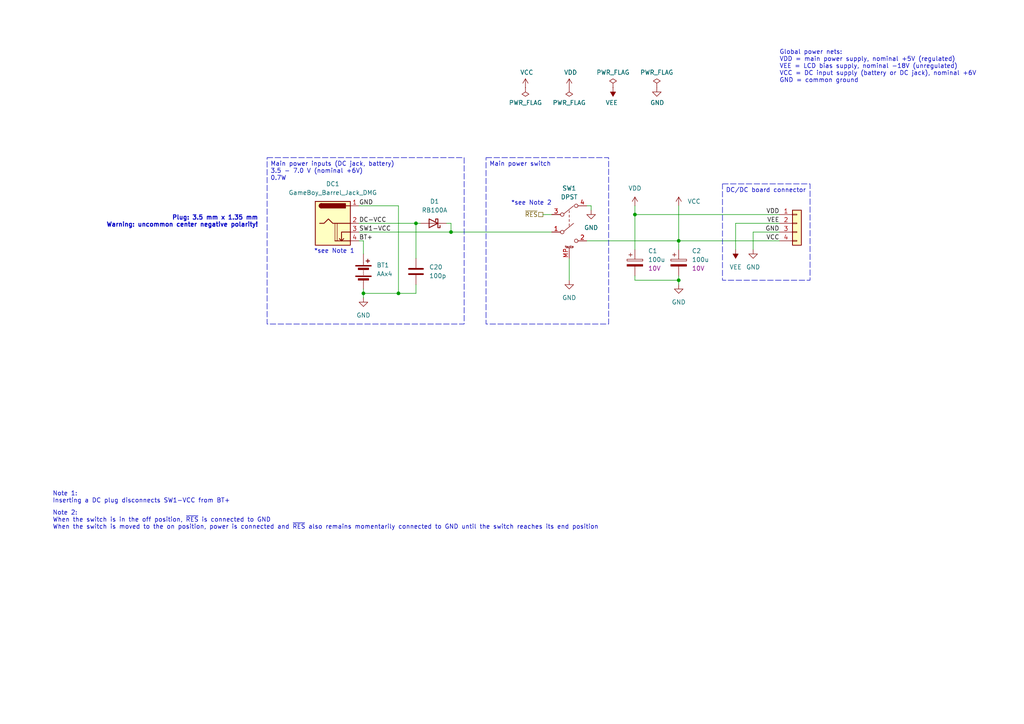
<source format=kicad_sch>
(kicad_sch (version 20230121) (generator eeschema)
  (paper "A4")
  (title_block (title "DMG-CPU-06") (date "2023-07-11") (rev "A") (company "https://gekkio.fi") (comment 1 "https://github.com/gekkio/gb-schematics"))
  (lib_symbols
    (symbol "Connector_Generic:Conn_01x04" (pin_names (offset 1.016) hide)
      (property "Reference" "J" (at 0 5.08 0))
      (property "Value" "Conn_01x04" (at 0 -7.62 0))
      (symbol "Conn_01x04_1_1"
        (rectangle (start -1.27 -4.953) (end 0 -5.207) (stroke (width 0.1524)))
        (rectangle (start -1.27 -2.413) (end 0 -2.667) (stroke (width 0.1524)))
        (rectangle (start -1.27 0.127) (end 0 -0.127) (stroke (width 0.1524)))
        (rectangle (start -1.27 2.667) (end 0 2.413) (stroke (width 0.1524)))
        (rectangle (start -1.27 3.81) (end 1.27 -6.35) (stroke (width 0.254)) (fill (type background)))
        (pin passive line (at -5.08 2.54 0) (length 3.81) (name "Pin_1") (number "1"))
        (pin passive line (at -5.08 0 0) (length 3.81) (name "Pin_2") (number "2"))
        (pin passive line (at -5.08 -2.54 0) (length 3.81) (name "Pin_3") (number "3"))
        (pin passive line (at -5.08 -5.08 0) (length 3.81) (name "Pin_4") (number "4"))
      )
    )
    (symbol "Device:Battery" (pin_numbers hide) (pin_names (offset 0) hide)
      (property "Reference" "BT" (at 2.54 2.54 0))
      (property "Value" "Battery" (at 2.54 0 0))
      (symbol "Battery_0_1"
        (rectangle (start -2.286 -1.27) (end 2.286 -1.524) (fill (type outline)))
        (rectangle (start -2.286 1.778) (end 2.286 1.524) (fill (type outline)))
        (rectangle (start -1.524 -2.032) (end 1.524 -2.54) (fill (type outline)))
        (rectangle (start -1.524 1.016) (end 1.524 0.508) (fill (type outline)))
        (polyline (pts (xy 0 -1.016) (xy 0 -0.762)))
        (polyline (pts (xy 0 -0.508) (xy 0 -0.254)))
        (polyline (pts (xy 0 0) (xy 0 0.254)))
        (polyline (pts (xy 0 1.778) (xy 0 2.54)))
        (polyline (pts (xy 0.762 3.048) (xy 1.778 3.048)) (stroke (width 0.254)))
        (polyline (pts (xy 1.27 3.556) (xy 1.27 2.54)) (stroke (width 0.254)))
      )
      (symbol "Battery_1_1"
        (pin passive line (at 0 5.08 270) (length 2.54) (name "+") (number "1"))
        (pin passive line (at 0 -5.08 90) (length 2.54) (name "-") (number "2"))
      )
    )
    (symbol "Device:C" (pin_numbers hide) (pin_names (offset 0.254))
      (property "Reference" "C" (at 0.635 2.54 0))
      (property "Value" "C" (at 0.635 -2.54 0))
      (symbol "C_0_1"
        (polyline (pts (xy -2.032 -0.762) (xy 2.032 -0.762)) (stroke (width 0.508)))
        (polyline (pts (xy -2.032 0.762) (xy 2.032 0.762)) (stroke (width 0.508)))
      )
      (symbol "C_1_1"
        (pin passive line (at 0 3.81 270) (length 2.794) (name "~") (number "1"))
        (pin passive line (at 0 -3.81 90) (length 2.794) (name "~") (number "2"))
      )
    )
    (symbol "Device:C_Polarized" (pin_numbers hide) (pin_names (offset 0.254))
      (property "Reference" "C" (at 0.635 2.54 0))
      (property "Value" "C_Polarized" (at 0.635 -2.54 0))
      (symbol "C_Polarized_0_1"
        (rectangle (start -2.286 0.508) (end 2.286 1.016))
        (polyline (pts (xy -1.778 2.286) (xy -0.762 2.286)))
        (polyline (pts (xy -1.27 2.794) (xy -1.27 1.778)))
        (rectangle (start 2.286 -0.508) (end -2.286 -1.016) (fill (type outline)))
      )
      (symbol "C_Polarized_1_1"
        (pin passive line (at 0 3.81 270) (length 2.794) (name "~") (number "1"))
        (pin passive line (at 0 -3.81 90) (length 2.794) (name "~") (number "2"))
      )
    )
    (symbol "Device:D_Schottky" (pin_numbers hide) (pin_names (offset 1.016) hide)
      (property "Reference" "D" (at 0 2.54 0))
      (property "Value" "D_Schottky" (at 0 -2.54 0))
      (symbol "D_Schottky_0_1"
        (polyline (pts (xy 1.27 0) (xy -1.27 0)))
        (polyline (pts (xy 1.27 1.27) (xy 1.27 -1.27) (xy -1.27 0) (xy 1.27 1.27)) (stroke (width 0.254)))
        (polyline (pts (xy -1.905 0.635) (xy -1.905 1.27) (xy -1.27 1.27) (xy -1.27 -1.27) (xy -0.635 -1.27) (xy -0.635 -0.635)) (stroke (width 0.254)))
      )
      (symbol "D_Schottky_1_1"
        (pin passive line (at -3.81 0 0) (length 2.54) (name "K") (number "1"))
        (pin passive line (at 3.81 0 180) (length 2.54) (name "A") (number "2"))
      )
    )
    (symbol "Gekkio_Connector_Specialized:GameBoy_Barrel_Jack_DMG" (pin_names (offset 1.016))
      (property "Reference" "J" (at 0 5.334 0))
      (property "Value" "GameBoy_Barrel_Jack_DMG" (at 0 -10.16 0))
      (symbol "GameBoy_Barrel_Jack_DMG_0_1"
        (rectangle (start -5.08 3.81) (end 5.08 -8.89) (stroke (width 0.254)) (fill (type background)))
        (arc (start -3.302 3.175) (mid -3.9343 2.54) (end -3.302 1.905) (stroke (width 0.254)))
        (arc (start -3.302 3.175) (mid -3.9343 2.54) (end -3.302 1.905) (stroke (width 0.254)) (fill (type outline)))
        (polyline (pts (xy 5.08 2.54) (xy 3.81 2.54)) (stroke (width 0.254)))
        (polyline (pts (xy 0.635 -2.54) (xy 0.635 -7.62) (xy 1.27 -7.62) (xy 1.27 -2.54)))
        (polyline (pts (xy -3.81 -2.54) (xy -2.54 -2.54) (xy -1.27 -1.27) (xy 0 -2.54) (xy 2.54 -2.54) (xy 5.08 -2.54)) (stroke (width 0.254)))
        (rectangle (start 3.683 3.175) (end -3.302 1.905) (stroke (width 0.254)) (fill (type outline)))
      )
      (symbol "GameBoy_Barrel_Jack_DMG_1_1"
        (polyline (pts (xy 2.54 -7.62) (xy 3.175 -6.985)) (stroke (width 0.254)))
        (polyline (pts (xy 5.08 -7.62) (xy 0.635 -7.62)) (stroke (width 0.254)))
        (polyline (pts (xy 5.08 -5.08) (xy 2.54 -5.08) (xy 2.54 -7.62) (xy 1.905 -6.985)) (stroke (width 0.254)))
        (pin passive line (at 7.62 2.54 180) (length 2.54) (name "~") (number "1"))
        (pin passive line (at 7.62 -2.54 180) (length 2.54) (name "~") (number "2"))
        (pin passive line (at 7.62 -5.08 180) (length 2.54) (name "~") (number "3"))
        (pin passive line (at 7.62 -7.62 180) (length 2.54) (name "~") (number "4"))
      )
    )
    (symbol "Gekkio_Switch:GameBoy_SW_DMG" (pin_names (offset 0) hide)
      (property "Reference" "SW" (at 0 6.35 0))
      (property "Value" "GameBoy_SW_DMG" (at 0 -17.78 0))
      (symbol "GameBoy_SW_DMG_0_0"
        (circle (center -2.032 -2.54) (radius 0.508))
        (circle (center -2.032 2.54) (radius 0.508))
        (polyline (pts (xy -1.524 -2.286) (xy 1.27 0)))
        (polyline (pts (xy -1.524 2.794) (xy 1.27 5.08)))
        (polyline (pts (xy 0 -0.762) (xy 0 -0.127)))
        (polyline (pts (xy 0 0.508) (xy 0 1.143)))
        (polyline (pts (xy 0 1.778) (xy 0 2.413)))
        (polyline (pts (xy 0 3.048) (xy 0 3.683)))
        (circle (center 2.032 -5.08) (radius 0.508))
        (circle (center 2.032 5.08) (radius 0.508))
      )
      (symbol "GameBoy_SW_DMG_1_1"
        (polyline (pts (xy -1.016 -7.112) (xy 1.016 -7.112)) (stroke (width 0.1524)))
        (text "Mounting" (at 0 -6.731 0) (effects (font (size 0.381 0.381))))
        (pin passive line (at -5.08 -2.54 0) (length 2.54) (name "1") (number "1"))
        (pin passive line (at 5.08 -5.08 180) (length 2.54) (name "2") (number "2"))
        (pin passive line (at -5.08 2.54 0) (length 2.54) (name "3") (number "3"))
        (pin passive line (at 5.08 5.08 180) (length 2.54) (name "4") (number "4"))
        (pin passive line (at 0 -10.16 90) (length 3.048) (name "~") (number "MP"))
      )
    )
    (symbol "power:GND" (power) (pin_names (offset 0))
      (property "Value" "GND" (at 0 -3.81 0))
      (symbol "GND_0_1"
        (polyline (pts (xy 0 0) (xy 0 -1.27) (xy 1.27 -1.27) (xy 0 -2.54) (xy -1.27 -1.27) (xy 0 -1.27)))
      )
      (symbol "GND_1_1"
        (pin power_in line (at 0 0 270) (length 0) hide (name "GND") (number "1"))
      )
    )
    (symbol "power:PWR_FLAG" (power) (pin_numbers hide) (pin_names (offset 0) hide)
      (property "Value" "PWR_FLAG" (at 0 3.81 0))
      (symbol "PWR_FLAG_0_0"
        (pin power_out line (at 0 0 90) (length 0) (name "pwr") (number "1"))
      )
      (symbol "PWR_FLAG_0_1"
        (polyline (pts (xy 0 0) (xy 0 1.27) (xy -1.016 1.905) (xy 0 2.54) (xy 1.016 1.905) (xy 0 1.27)))
      )
    )
    (symbol "power:VCC" (power) (pin_names (offset 0))
      (property "Value" "VCC" (at 0 3.81 0))
      (symbol "VCC_0_1"
        (polyline (pts (xy -0.762 1.27) (xy 0 2.54)))
        (polyline (pts (xy 0 0) (xy 0 2.54)))
        (polyline (pts (xy 0 2.54) (xy 0.762 1.27)))
      )
      (symbol "VCC_1_1"
        (pin power_in line (at 0 0 90) (length 0) hide (name "VCC") (number "1"))
      )
    )
    (symbol "power:VDD" (power) (pin_names (offset 0))
      (property "Value" "VDD" (at 0 3.81 0))
      (symbol "VDD_0_1"
        (polyline (pts (xy -0.762 1.27) (xy 0 2.54)))
        (polyline (pts (xy 0 0) (xy 0 2.54)))
        (polyline (pts (xy 0 2.54) (xy 0.762 1.27)))
      )
      (symbol "VDD_1_1"
        (pin power_in line (at 0 0 90) (length 0) hide (name "VDD") (number "1"))
      )
    )
    (symbol "power:VEE" (power) (pin_names (offset 0))
      (property "Value" "VEE" (at 0 3.81 0))
      (symbol "VEE_0_1"
        (polyline (pts (xy 0 0) (xy 0 2.54)))
        (polyline (pts (xy 0.762 1.27) (xy -0.762 1.27) (xy 0 2.54) (xy 0.762 1.27)) (fill (type outline)))
      )
      (symbol "VEE_1_1"
        (pin power_in line (at 0 0 90) (length 0) hide (name "VEE") (number "1"))
      )
    )
  )
  (junction (at 130.81 67.31))
  (junction (at 196.85 81.28))
  (junction (at 120.65 64.77))
  (junction (at 105.41 85.09))
  (junction (at 184.15 62.23))
  (junction (at 115.57 85.09))
  (junction (at 196.85 69.85))
  (wire (pts (xy 104.14 64.77) (xy 120.65 64.77)))
  (wire (pts (xy 196.85 69.85) (xy 226.06 69.85)))
  (wire (pts (xy 130.81 67.31) (xy 160.02 67.31)))
  (wire (pts (xy 170.18 59.69) (xy 171.45 59.69)))
  (wire (pts (xy 105.41 85.09) (xy 115.57 85.09)))
  (wire (pts (xy 184.15 72.39) (xy 184.15 62.23)))
  (wire (pts (xy 218.44 67.31) (xy 218.44 72.39)))
  (wire (pts (xy 196.85 59.69) (xy 196.85 69.85)))
  (wire (pts (xy 120.65 82.55) (xy 120.65 85.09)))
  (wire (pts (xy 105.41 83.82) (xy 105.41 85.09)))
  (wire (pts (xy 104.14 67.31) (xy 130.81 67.31)))
  (wire (pts (xy 105.41 69.85) (xy 105.41 73.66)))
  (wire (pts (xy 184.15 59.69) (xy 184.15 62.23)))
  (wire (pts (xy 120.65 64.77) (xy 121.92 64.77)))
  (wire (pts (xy 104.14 69.85) (xy 105.41 69.85)))
  (wire (pts (xy 218.44 67.31) (xy 226.06 67.31)))
  (wire (pts (xy 157.48 62.23) (xy 160.02 62.23)))
  (wire (pts (xy 196.85 69.85) (xy 196.85 72.39)))
  (wire (pts (xy 196.85 81.28) (xy 196.85 82.55)))
  (wire (pts (xy 184.15 81.28) (xy 184.15 80.01)))
  (wire (pts (xy 115.57 59.69) (xy 115.57 85.09)))
  (wire (pts (xy 196.85 80.01) (xy 196.85 81.28)))
  (wire (pts (xy 213.36 64.77) (xy 226.06 64.77)))
  (wire (pts (xy 196.85 81.28) (xy 184.15 81.28)))
  (wire (pts (xy 115.57 85.09) (xy 120.65 85.09)))
  (wire (pts (xy 165.1 74.93) (xy 165.1 81.28)))
  (wire (pts (xy 170.18 69.85) (xy 196.85 69.85)))
  (wire (pts (xy 184.15 62.23) (xy 226.06 62.23)))
  (wire (pts (xy 129.54 64.77) (xy 130.81 64.77)))
  (wire (pts (xy 104.14 59.69) (xy 115.57 59.69)))
  (wire (pts (xy 130.81 64.77) (xy 130.81 67.31)))
  (wire (pts (xy 120.65 64.77) (xy 120.65 74.93)))
  (wire (pts (xy 105.41 85.09) (xy 105.41 86.36)))
  (wire (pts (xy 171.45 59.69) (xy 171.45 60.96)))
  (wire (pts (xy 213.36 72.39) (xy 213.36 64.77)))
  (text_box "Main power switch" (at 140.97 45.72 0) (size 35.56 48.26) (stroke (width 0) (type dash)) (effects (font (size 1.27 1.27)) (justify left top)))
  (text_box "Main power inputs (DC jack, battery)\n3.5 - 7.0 V (nominal +6V)\n0.7W" (at 77.47 45.72 0) (size 57.15 48.26) (stroke (width 0) (type dash)) (effects (font (size 1.27 1.27)) (justify left top)))
  (text_box "DC/DC board connector" (at 209.55 53.34 0) (size 25.4 27.94) (stroke (width 0) (type dash)) (effects (font (size 1.27 1.27)) (justify left top)))
  (text "Note 2:\nWhen the switch is in the off position, ~{RES} is connected to GND\nWhen the switch is moved to the on position, power is connected and ~{RES} also remains momentarily connected to GND until the switch reaches its end position" (at 15.24 153.67 0) (effects (font (size 1.27 1.27)) (justify left bottom)))
  (text "*see Note 2" (at 160.02 59.69 0) (effects (font (size 1.27 1.27)) (justify right bottom)))
  (text "Global power nets:\nVDD = main power supply, nominal +5V (regulated)\nVEE = LCD bias supply, nominal -18V (unregulated)\nVCC = DC input supply (battery or DC jack), nominal +6V\nGND = common ground" (at 226.06 24.13 0) (effects (font (size 1.27 1.27)) (justify left bottom)))
  (text "Note 1:\nInserting a DC plug disconnects SW1-VCC from BT+" (at 15.24 146.05 0) (effects (font (size 1.27 1.27)) (justify left bottom)))
  (text "Plug: 3.5 mm x 1.35 mm\nWarning: uncommon center negative polarity!" (at 74.93 66.04 0) (effects (font (size 1.27 1.27) (thickness 0.254) bold) (justify right bottom)))
  (text "*see Note 1" (at 102.87 73.66 0) (effects (font (size 1.27 1.27)) (justify right bottom)))
  (label "GND" (at 104.14 59.69 0))
  (label "VEE" (at 226.06 64.77 180))
  (label "BT+" (at 104.14 69.85 0))
  (label "VDD" (at 226.06 62.23 180))
  (label "DC-VCC" (at 104.14 64.77 0))
  (label "VCC" (at 226.06 69.85 180))
  (label "GND" (at 226.06 67.31 180))
  (label "SW1-VCC" (at 104.14 67.31 0))
  (hierarchical_label "~{RES}" (shape passive) (at 157.48 62.23 180))
  (symbol (lib_id "power:VCC") (at 196.85 59.69 0) (unit 1)
    (property "Reference" "#PWR0132" (effects hide))
    (property "Value" "VCC" (at 199.39 58.42 0) (effects (justify left)))
  )
  (symbol (lib_id "Device:Battery") (at 105.41 78.74 0) (unit 1)
    (property "Reference" "BT1" (at 109.22 76.8985 0) (effects (justify left)))
    (property "Value" "AAx4" (at 109.22 79.4385 0) (effects (justify left)))
  )
  (symbol (lib_id "power:VCC") (at 152.4 25.4 0) (unit 1)
    (property "Reference" "#PWR0123" (effects hide))
    (property "Value" "VCC" (at 152.781 21.0058 0))
  )
  (symbol (lib_id "power:PWR_FLAG") (at 152.4 25.4 180) (unit 1)
    (property "Reference" "#FLG0101" (effects hide))
    (property "Value" "PWR_FLAG" (at 152.4 29.7942 0))
  )
  (symbol (lib_id "power:PWR_FLAG") (at 165.1 25.4 180) (unit 1)
    (property "Reference" "#FLG0102" (effects hide))
    (property "Value" "PWR_FLAG" (at 165.1 29.7942 0))
  )
  (symbol (lib_id "power:VDD") (at 165.1 25.4 0) (unit 1)
    (property "Reference" "#PWR0124" (effects hide))
    (property "Value" "VDD" (at 165.481 21.0058 0))
  )
  (symbol (lib_id "power:PWR_FLAG") (at 177.8 25.4 0) (unit 1)
    (property "Reference" "#FLG0103" (effects hide))
    (property "Value" "PWR_FLAG" (at 177.8 21.0058 0))
  )
  (symbol (lib_id "power:VEE") (at 177.8 25.4 180) (unit 1)
    (property "Reference" "#PWR0125" (effects hide))
    (property "Value" "VEE" (at 177.419 29.7942 0))
  )
  (symbol (lib_id "power:PWR_FLAG") (at 190.5 25.4 0) (unit 1)
    (property "Reference" "#FLG0104" (effects hide))
    (property "Value" "PWR_FLAG" (at 190.5 21.0058 0))
  )
  (symbol (lib_id "power:GND") (at 190.5 25.4 0) (unit 1)
    (property "Reference" "#PWR0129" (effects hide))
    (property "Value" "GND" (at 190.627 29.7942 0))
  )
  (symbol (lib_id "power:GND") (at 171.45 60.96 0) (unit 1)
    (property "Reference" "#PWR015" (effects hide))
    (property "Value" "GND" (at 171.45 66.04 0))
  )
  (symbol (lib_id "power:GND") (at 105.41 86.36 0) (unit 1)
    (property "Reference" "#PWR010" (effects hide))
    (property "Value" "GND" (at 105.41 91.44 0))
  )
  (symbol (lib_id "power:GND") (at 196.85 82.55 0) (unit 1)
    (property "Reference" "#PWR09" (effects hide))
    (property "Value" "GND" (at 196.85 87.63 0))
  )
  (symbol (lib_id "Device:C") (at 120.65 78.74 0) (unit 1)
    (property "Reference" "C20" (at 124.46 77.47 0) (effects (justify left)))
    (property "Value" "100p" (at 124.46 80.01 0) (effects (justify left)))
  )
  (symbol (lib_id "power:VDD") (at 184.15 59.69 0) (unit 1)
    (property "Reference" "#PWR013" (effects hide))
    (property "Value" "VDD" (at 184.15 54.61 0))
  )
  (symbol (lib_id "Device:D_Schottky") (at 125.73 64.77 180) (unit 1)
    (property "Reference" "D1" (at 126.0475 58.42 0))
    (property "Value" "RB100A" (at 126.0475 60.96 0))
  )
  (symbol (lib_id "power:VEE") (at 213.36 72.39 180) (unit 1)
    (property "Reference" "#PWR011" (effects hide))
    (property "Value" "VEE" (at 213.36 77.47 0))
  )
  (symbol (lib_id "Device:C_Polarized") (at 196.85 76.2 0) (unit 1)
    (property "Reference" "C2" (at 200.66 72.771 0) (effects (justify left)))
    (property "Value" "100u" (at 200.66 75.311 0) (effects (justify left)))
    (property "Rating" "10V" (at 200.66 77.851 0) (effects (justify left)))
  )
  (symbol (lib_id "Gekkio_Connector_Specialized:GameBoy_Barrel_Jack_DMG") (at 96.52 62.23 0) (unit 1)
    (property "Reference" "DC1" (at 96.52 53.34 0))
    (property "Value" "GameBoy_Barrel_Jack_DMG" (at 96.52 55.88 0))
  )
  (symbol (lib_id "Gekkio_Switch:GameBoy_SW_DMG") (at 165.1 64.77 0) (unit 1)
    (property "Reference" "SW1" (at 165.1 54.61 0))
    (property "Value" "DPST" (at 165.1 57.15 0))
  )
  (symbol (lib_id "Device:C_Polarized") (at 184.15 76.2 0) (unit 1)
    (property "Reference" "C1" (at 187.96 72.771 0) (effects (justify left)))
    (property "Value" "100u" (at 187.96 75.311 0) (effects (justify left)))
    (property "Rating" "10V" (at 187.96 77.851 0) (effects (justify left)))
  )
  (symbol (lib_id "power:GND") (at 218.44 72.39 0) (unit 1)
    (property "Reference" "#PWR012" (effects hide))
    (property "Value" "GND" (at 218.44 77.47 0))
  )
  (symbol (lib_id "power:GND") (at 165.1 81.28 0) (unit 1)
    (property "Reference" "#PWR014" (effects hide))
    (property "Value" "GND" (at 165.1 86.36 0))
  )
  (symbol (lib_id "Connector_Generic:Conn_01x04") (at 231.14 64.77 0) (unit 1)
    (property "Reference" "J1" (effects hide))
    (property "Value" "Conn_01x04" (effects hide))
  )
)
</source>
